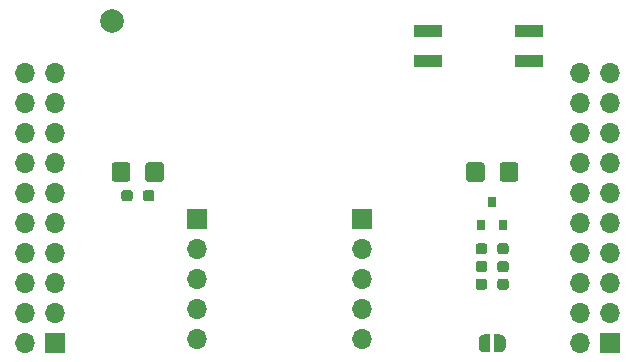
<source format=gbr>
%TF.GenerationSoftware,KiCad,Pcbnew,(5.1.7)-1*%
%TF.CreationDate,2020-11-01T18:22:08+02:00*%
%TF.ProjectId,Piirilevy_dsp,50696972-696c-4657-9679-5f6473702e6b,rev?*%
%TF.SameCoordinates,Original*%
%TF.FileFunction,Soldermask,Top*%
%TF.FilePolarity,Negative*%
%FSLAX46Y46*%
G04 Gerber Fmt 4.6, Leading zero omitted, Abs format (unit mm)*
G04 Created by KiCad (PCBNEW (5.1.7)-1) date 2020-11-01 18:22:08*
%MOMM*%
%LPD*%
G01*
G04 APERTURE LIST*
%ADD10R,0.800000X0.900000*%
%ADD11C,2.000000*%
%ADD12R,2.440000X1.120000*%
%ADD13O,1.700000X1.700000*%
%ADD14R,1.700000X1.700000*%
%ADD15C,0.100000*%
G04 APERTURE END LIST*
%TO.C,R1*%
G36*
G01*
X165425000Y-97237500D02*
X165425000Y-96762500D01*
G75*
G02*
X165662500Y-96525000I237500J0D01*
G01*
X166162500Y-96525000D01*
G75*
G02*
X166400000Y-96762500I0J-237500D01*
G01*
X166400000Y-97237500D01*
G75*
G02*
X166162500Y-97475000I-237500J0D01*
G01*
X165662500Y-97475000D01*
G75*
G02*
X165425000Y-97237500I0J237500D01*
G01*
G37*
G36*
G01*
X163600000Y-97237500D02*
X163600000Y-96762500D01*
G75*
G02*
X163837500Y-96525000I237500J0D01*
G01*
X164337500Y-96525000D01*
G75*
G02*
X164575000Y-96762500I0J-237500D01*
G01*
X164575000Y-97237500D01*
G75*
G02*
X164337500Y-97475000I-237500J0D01*
G01*
X163837500Y-97475000D01*
G75*
G02*
X163600000Y-97237500I0J237500D01*
G01*
G37*
%TD*%
%TO.C,R4*%
G36*
G01*
X135425000Y-89737500D02*
X135425000Y-89262500D01*
G75*
G02*
X135662500Y-89025000I237500J0D01*
G01*
X136162500Y-89025000D01*
G75*
G02*
X136400000Y-89262500I0J-237500D01*
G01*
X136400000Y-89737500D01*
G75*
G02*
X136162500Y-89975000I-237500J0D01*
G01*
X135662500Y-89975000D01*
G75*
G02*
X135425000Y-89737500I0J237500D01*
G01*
G37*
G36*
G01*
X133600000Y-89737500D02*
X133600000Y-89262500D01*
G75*
G02*
X133837500Y-89025000I237500J0D01*
G01*
X134337500Y-89025000D01*
G75*
G02*
X134575000Y-89262500I0J-237500D01*
G01*
X134575000Y-89737500D01*
G75*
G02*
X134337500Y-89975000I-237500J0D01*
G01*
X133837500Y-89975000D01*
G75*
G02*
X133600000Y-89737500I0J237500D01*
G01*
G37*
%TD*%
%TO.C,R3*%
G36*
G01*
X165425000Y-94237500D02*
X165425000Y-93762500D01*
G75*
G02*
X165662500Y-93525000I237500J0D01*
G01*
X166162500Y-93525000D01*
G75*
G02*
X166400000Y-93762500I0J-237500D01*
G01*
X166400000Y-94237500D01*
G75*
G02*
X166162500Y-94475000I-237500J0D01*
G01*
X165662500Y-94475000D01*
G75*
G02*
X165425000Y-94237500I0J237500D01*
G01*
G37*
G36*
G01*
X163600000Y-94237500D02*
X163600000Y-93762500D01*
G75*
G02*
X163837500Y-93525000I237500J0D01*
G01*
X164337500Y-93525000D01*
G75*
G02*
X164575000Y-93762500I0J-237500D01*
G01*
X164575000Y-94237500D01*
G75*
G02*
X164337500Y-94475000I-237500J0D01*
G01*
X163837500Y-94475000D01*
G75*
G02*
X163600000Y-94237500I0J237500D01*
G01*
G37*
%TD*%
%TO.C,R2*%
G36*
G01*
X165425000Y-95737500D02*
X165425000Y-95262500D01*
G75*
G02*
X165662500Y-95025000I237500J0D01*
G01*
X166162500Y-95025000D01*
G75*
G02*
X166400000Y-95262500I0J-237500D01*
G01*
X166400000Y-95737500D01*
G75*
G02*
X166162500Y-95975000I-237500J0D01*
G01*
X165662500Y-95975000D01*
G75*
G02*
X165425000Y-95737500I0J237500D01*
G01*
G37*
G36*
G01*
X163600000Y-95737500D02*
X163600000Y-95262500D01*
G75*
G02*
X163837500Y-95025000I237500J0D01*
G01*
X164337500Y-95025000D01*
G75*
G02*
X164575000Y-95262500I0J-237500D01*
G01*
X164575000Y-95737500D01*
G75*
G02*
X164337500Y-95975000I-237500J0D01*
G01*
X163837500Y-95975000D01*
G75*
G02*
X163600000Y-95737500I0J237500D01*
G01*
G37*
%TD*%
D10*
%TO.C,Q1*%
X165000000Y-90000000D03*
X165950000Y-92000000D03*
X164050000Y-92000000D03*
%TD*%
%TO.C,D2*%
G36*
G01*
X135625000Y-88075000D02*
X135625000Y-86925000D01*
G75*
G02*
X135875000Y-86675000I250000J0D01*
G01*
X136975000Y-86675000D01*
G75*
G02*
X137225000Y-86925000I0J-250000D01*
G01*
X137225000Y-88075000D01*
G75*
G02*
X136975000Y-88325000I-250000J0D01*
G01*
X135875000Y-88325000D01*
G75*
G02*
X135625000Y-88075000I0J250000D01*
G01*
G37*
G36*
G01*
X132775000Y-88075000D02*
X132775000Y-86925000D01*
G75*
G02*
X133025000Y-86675000I250000J0D01*
G01*
X134125000Y-86675000D01*
G75*
G02*
X134375000Y-86925000I0J-250000D01*
G01*
X134375000Y-88075000D01*
G75*
G02*
X134125000Y-88325000I-250000J0D01*
G01*
X133025000Y-88325000D01*
G75*
G02*
X132775000Y-88075000I0J250000D01*
G01*
G37*
%TD*%
%TO.C,D1*%
G36*
G01*
X165625000Y-88075000D02*
X165625000Y-86925000D01*
G75*
G02*
X165875000Y-86675000I250000J0D01*
G01*
X166975000Y-86675000D01*
G75*
G02*
X167225000Y-86925000I0J-250000D01*
G01*
X167225000Y-88075000D01*
G75*
G02*
X166975000Y-88325000I-250000J0D01*
G01*
X165875000Y-88325000D01*
G75*
G02*
X165625000Y-88075000I0J250000D01*
G01*
G37*
G36*
G01*
X162775000Y-88075000D02*
X162775000Y-86925000D01*
G75*
G02*
X163025000Y-86675000I250000J0D01*
G01*
X164125000Y-86675000D01*
G75*
G02*
X164375000Y-86925000I0J-250000D01*
G01*
X164375000Y-88075000D01*
G75*
G02*
X164125000Y-88325000I-250000J0D01*
G01*
X163025000Y-88325000D01*
G75*
G02*
X162775000Y-88075000I0J250000D01*
G01*
G37*
%TD*%
D11*
%TO.C,TP1*%
X132842000Y-74676000D03*
%TD*%
D12*
%TO.C,SW1*%
X168135000Y-75565000D03*
X159525000Y-78105000D03*
X168135000Y-78105000D03*
X159525000Y-75565000D03*
%TD*%
D13*
%TO.C,J4*%
X154000000Y-101600000D03*
X154000000Y-99060000D03*
X154000000Y-96520000D03*
X154000000Y-93980000D03*
D14*
X154000000Y-91440000D03*
%TD*%
D13*
%TO.C,J3*%
X140000000Y-101600000D03*
X140000000Y-99060000D03*
X140000000Y-96520000D03*
X140000000Y-93980000D03*
D14*
X140000000Y-91440000D03*
%TD*%
D15*
%TO.C,JP1*%
G36*
X164350000Y-102749398D02*
G01*
X164325466Y-102749398D01*
X164276635Y-102744588D01*
X164228510Y-102735016D01*
X164181555Y-102720772D01*
X164136222Y-102701995D01*
X164092949Y-102678864D01*
X164052150Y-102651604D01*
X164014221Y-102620476D01*
X163979524Y-102585779D01*
X163948396Y-102547850D01*
X163921136Y-102507051D01*
X163898005Y-102463778D01*
X163879228Y-102418445D01*
X163864984Y-102371490D01*
X163855412Y-102323365D01*
X163850602Y-102274534D01*
X163850602Y-102250000D01*
X163850000Y-102250000D01*
X163850000Y-101750000D01*
X163850602Y-101750000D01*
X163850602Y-101725466D01*
X163855412Y-101676635D01*
X163864984Y-101628510D01*
X163879228Y-101581555D01*
X163898005Y-101536222D01*
X163921136Y-101492949D01*
X163948396Y-101452150D01*
X163979524Y-101414221D01*
X164014221Y-101379524D01*
X164052150Y-101348396D01*
X164092949Y-101321136D01*
X164136222Y-101298005D01*
X164181555Y-101279228D01*
X164228510Y-101264984D01*
X164276635Y-101255412D01*
X164325466Y-101250602D01*
X164350000Y-101250602D01*
X164350000Y-101250000D01*
X164850000Y-101250000D01*
X164850000Y-102750000D01*
X164350000Y-102750000D01*
X164350000Y-102749398D01*
G37*
G36*
X165150000Y-101250000D02*
G01*
X165650000Y-101250000D01*
X165650000Y-101250602D01*
X165674534Y-101250602D01*
X165723365Y-101255412D01*
X165771490Y-101264984D01*
X165818445Y-101279228D01*
X165863778Y-101298005D01*
X165907051Y-101321136D01*
X165947850Y-101348396D01*
X165985779Y-101379524D01*
X166020476Y-101414221D01*
X166051604Y-101452150D01*
X166078864Y-101492949D01*
X166101995Y-101536222D01*
X166120772Y-101581555D01*
X166135016Y-101628510D01*
X166144588Y-101676635D01*
X166149398Y-101725466D01*
X166149398Y-101750000D01*
X166150000Y-101750000D01*
X166150000Y-102250000D01*
X166149398Y-102250000D01*
X166149398Y-102274534D01*
X166144588Y-102323365D01*
X166135016Y-102371490D01*
X166120772Y-102418445D01*
X166101995Y-102463778D01*
X166078864Y-102507051D01*
X166051604Y-102547850D01*
X166020476Y-102585779D01*
X165985779Y-102620476D01*
X165947850Y-102651604D01*
X165907051Y-102678864D01*
X165863778Y-102701995D01*
X165818445Y-102720772D01*
X165771490Y-102735016D01*
X165723365Y-102744588D01*
X165674534Y-102749398D01*
X165650000Y-102749398D01*
X165650000Y-102750000D01*
X165150000Y-102750000D01*
X165150000Y-101250000D01*
G37*
%TD*%
D13*
%TO.C,J2*%
X172460000Y-79140000D03*
X175000000Y-79140000D03*
X172460000Y-81680000D03*
X175000000Y-81680000D03*
X172460000Y-84220000D03*
X175000000Y-84220000D03*
X172460000Y-86760000D03*
X175000000Y-86760000D03*
X172460000Y-89300000D03*
X175000000Y-89300000D03*
X172460000Y-91840000D03*
X175000000Y-91840000D03*
X172460000Y-94380000D03*
X175000000Y-94380000D03*
X172460000Y-96920000D03*
X175000000Y-96920000D03*
X172460000Y-99460000D03*
X175000000Y-99460000D03*
X172460000Y-102000000D03*
D14*
X175000000Y-102000000D03*
%TD*%
D13*
%TO.C,J1*%
X125460000Y-79140000D03*
X128000000Y-79140000D03*
X125460000Y-81680000D03*
X128000000Y-81680000D03*
X125460000Y-84220000D03*
X128000000Y-84220000D03*
X125460000Y-86760000D03*
X128000000Y-86760000D03*
X125460000Y-89300000D03*
X128000000Y-89300000D03*
X125460000Y-91840000D03*
X128000000Y-91840000D03*
X125460000Y-94380000D03*
X128000000Y-94380000D03*
X125460000Y-96920000D03*
X128000000Y-96920000D03*
X125460000Y-99460000D03*
X128000000Y-99460000D03*
X125460000Y-102000000D03*
D14*
X128000000Y-102000000D03*
%TD*%
M02*

</source>
